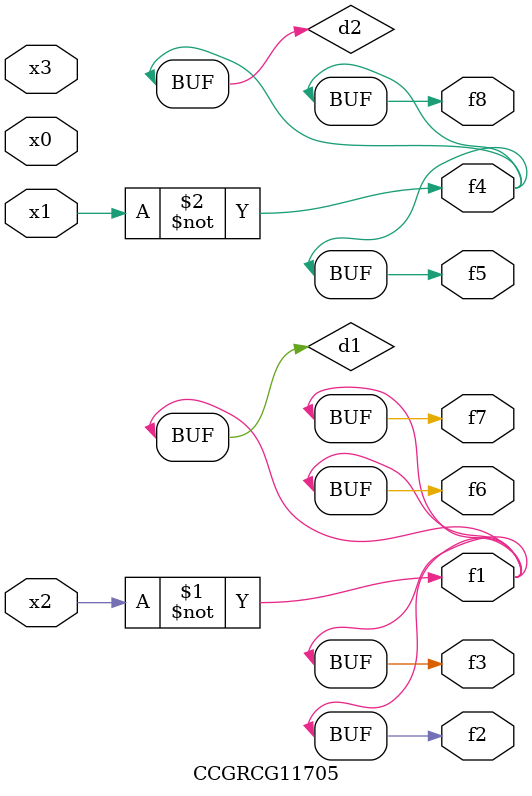
<source format=v>
module CCGRCG11705(
	input x0, x1, x2, x3,
	output f1, f2, f3, f4, f5, f6, f7, f8
);

	wire d1, d2;

	xnor (d1, x2);
	not (d2, x1);
	assign f1 = d1;
	assign f2 = d1;
	assign f3 = d1;
	assign f4 = d2;
	assign f5 = d2;
	assign f6 = d1;
	assign f7 = d1;
	assign f8 = d2;
endmodule

</source>
